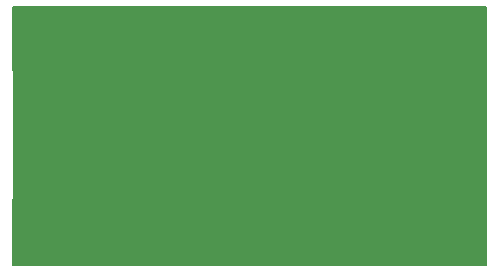
<source format=gbs>
G04 #@! TF.GenerationSoftware,KiCad,Pcbnew,(5.0.0-rc2-153-gb37969f58)*
G04 #@! TF.CreationDate,2018-07-10T17:16:08+02:00*
G04 #@! TF.ProjectId,wb001,77623030312E6B696361645F70636200,rev?*
G04 #@! TF.SameCoordinates,Original*
G04 #@! TF.FileFunction,Soldermask,Bot*
G04 #@! TF.FilePolarity,Negative*
%FSLAX46Y46*%
G04 Gerber Fmt 4.6, Leading zero omitted, Abs format (unit mm)*
G04 Created by KiCad (PCBNEW (5.0.0-rc2-153-gb37969f58)) date Tue Jul 10 17:16:08 2018*
%MOMM*%
%LPD*%
G01*
G04 APERTURE LIST*
%ADD10C,0.150000*%
G04 APERTURE END LIST*
D10*
G36*
X148500000Y-61400000D02*
X148400000Y-72500000D01*
X188500000Y-72500000D01*
X188500000Y-50700000D01*
X148400000Y-50700000D01*
X148500000Y-61400000D01*
G37*
X148500000Y-61400000D02*
X148400000Y-72500000D01*
X188500000Y-72500000D01*
X188500000Y-50700000D01*
X148400000Y-50700000D01*
X148500000Y-61400000D01*
M02*

</source>
